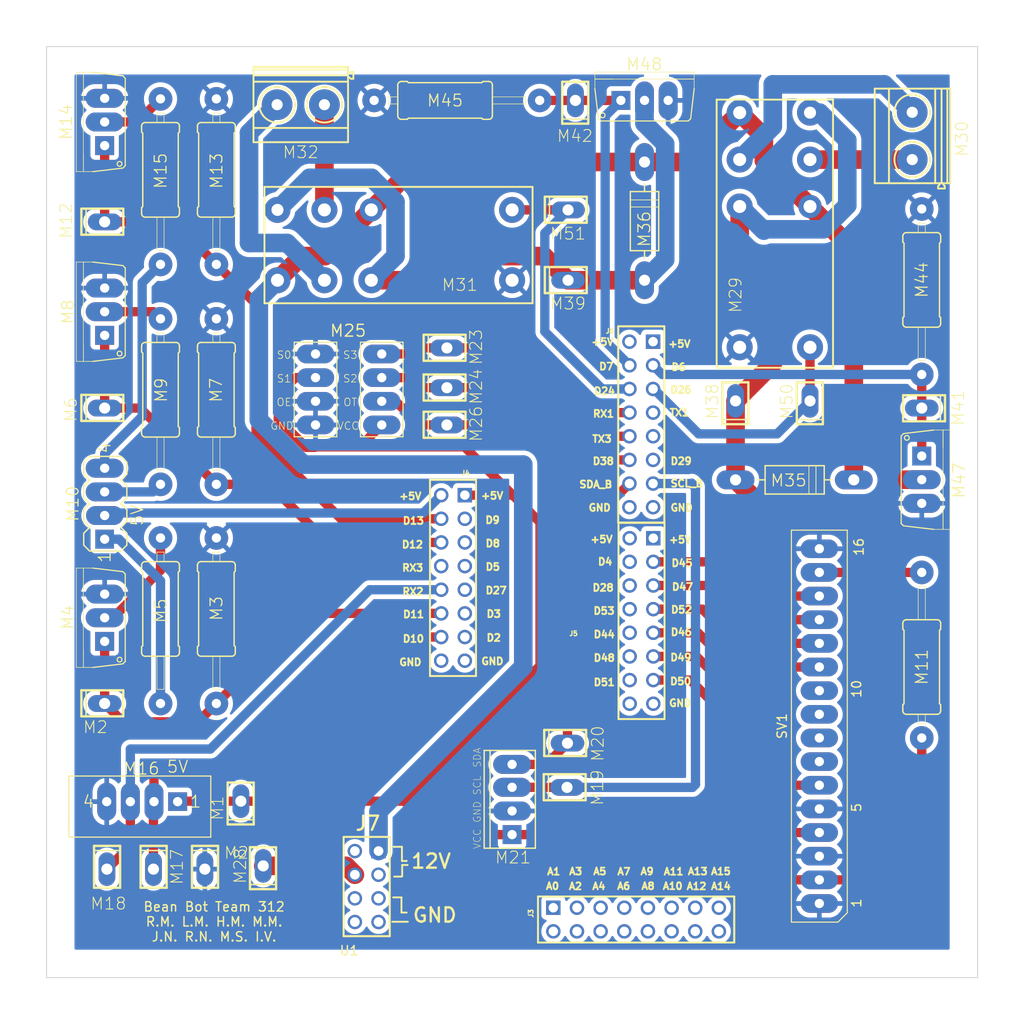
<source format=kicad_pcb>
(kicad_pcb (version 20211014) (generator pcbnew)
  (layers (0 "F.Cu" signal) (31 "B.Cu" signal) (34 "B.Paste" user) (35 "F.Paste" user) (36 "B.SilkS" user "B.Silkscreen") (37 "F.SilkS" user "F.Silkscreen") (38 "B.Mask" user) (39 "F.Mask" user) (44 "Edge.Cuts" user))
  (net 0 "")
  (net 1 "/5V")
  (net 2 "/PWM_LEDR")
  (net 3 "/GND")
  (net 4 "Net-(M4-Pad2)")
  (net 5 "Net-(M10-Pad1)")
  (net 6 "/PWM_LEDG")
  (net 7 "Net-(M8-Pad2)")
  (net 8 "Net-(M10-Pad3)")
  (net 9 "Net-(M10-Pad4)")
  (net 10 "Net-(M11-Pad1)")
  (net 11 "/PWM_LEDB")
  (net 12 "Net-(M14-Pad2)")
  (net 13 "/PWM_UTRIG")
  (net 14 "/D_UECHO")
  (net 15 "/D_WSCL")
  (net 16 "/D_WSDA")
  (net 17 "/D_KS3")
  (net 18 "/D_KS2")
  (net 19 "/D_KOUT")
  (net 20 "/12V")
  (net 21 "Net-(M29-Pad11)")
  (net 22 "Net-(M29-Pad21)")
  (net 23 "/D_RELM3")
  (net 24 "Net-(M31-Pad11)")
  (net 25 "Net-(M31-Pad21)")
  (net 26 "/D_RELM2")
  (net 28 "/PWM_M3")
  (net 29 "/PWM_M2")
  (net 31 "Net-(M29-Pad14)")
  (net 32 "Net-(M31-Pad14)")
  (net 33 "/D_LCDRS")
  (net 34 "/D_LCDE")
  (net 39 "/D_LCDDB4")
  (net 40 "/D_LCDDB5")
  (net 41 "/D_LCDDB6")
  (net 42 "/D_LCDDB7")
  (footprint "1_P&O2_lib:P&O2_MEETPUNT" (layer "F.Cu") (at 172.73 83.0619 180)
    (fp_text reference "M38")
    (fp_text value ">VALUE" hide)
  )
  (footprint "1_P&O2_lib:P&O2_MEETPUNT" (layer "F.Cu") (at 156.0151 68.83 90)
    (fp_text reference "M39")
    (fp_text value ">VALUE" hide)
  )
  (footprint "1_P&O2_lib:P&O2_2PIN-SCREW-5.08" (layer "F.Cu") (at 193 54.57904 90)
    (fp_text reference "M30")
    (fp_text value "P&O2_DC-MOTOR" hide)
  )
  (footprint "1_P&O2_lib:P&O2_MEETPUNT" (layer "F.Cu") (at 106.24 114.29 90)
    (fp_text reference "M2")
    (fp_text value ">VALUE" hide)
  )
  (footprint "1_P&O2_lib:P&O2_TO220" (layer "F.Cu") (at 103.7 106.35 90)
    (fp_text reference "M4")
    (fp_text value "P&O2_MOSFET" hide)
  )
  (footprint "1_P&O2_lib:P&O2_MEETPUNT" (layer "F.Cu") (at 143 76.1 90)
    (fp_text reference "M23")
    (fp_text value ">VALUE" hide)
  )
  (footprint "1_P&O2_lib:P&O2_ULTRASONE" (layer "F.Cu") (at 110.27 126.1 180)
    (fp_text reference "M16")
    (fp_text value "P&O2_ULTRASONE_HC_SR04" hide)
  )
  (footprint "1_P&O2_lib:P&O2_MEETPUNT" (layer "F.Cu") (at 156.0151 61.2735 90)
    (fp_text reference "M51")
    (fp_text value ">VALUE" hide)
  )
  (footprint "1_P&O2_lib:P&O2_2PIN-SCREW-5.08" (layer "F.Cu") (at 127.28224 51.22142 180)
    (fp_text reference "M32")
    (fp_text value "P&O2_DC-MOTOR" hide)
  )
  (footprint "1_P&O2_lib:P&O2_RELAY-DP" (layer "F.Cu") (at 178.32208 64.6984 90)
    (fp_text reference "M29")
    (fp_text value "P&O2_RELAIS-DP" hide)
  )
  (footprint "1_P&O2_lib:P&O2_TO220" (layer "F.Cu") (at 164.2251 48.24428)
    (fp_text reference "M48")
    (fp_text value "P&O2_MOSFET" hide)
  )
  (footprint "1_P&O2_lib:P&O2_MEETPUNT" (layer "F.Cu") (at 112.75 133.35)
    (fp_text reference "M17")
    (fp_text value ">VALUE" hide)
  )
  (footprint "1_P&O2_lib:P&O2_RESISTOR" (layer "F.Cu") (at 112.24 81.86 90)
    (fp_text reference "M9")
    (fp_text value ">VALUE" hide)
  )
  (footprint "1_P&O2_lib:P&O2_RESISTOR" (layer "F.Cu") (at 194 111.64 -90)
    (fp_text reference "M11")
    (fp_text value ">VALUE" hide)
  )
  (footprint "1_P&O2_lib:P&O2_TO220" (layer "F.Cu") (at 196.54 91.5219 -90)
    (fp_text reference "M47")
    (fp_text value "P&O2_MOSFET" hide)
  )
  (footprint "1_P&O2_lib:P&O2_MEETPUNT" (layer "F.Cu") (at 155.5332 50.78428 180)
    (fp_text reference "M42")
    (fp_text value ">VALUE" hide)
  )
  (footprint "1_P&O2_lib:P&O2_RESISTOR" (layer "F.Cu") (at 194 70.0619 90)
    (fp_text reference "M44")
    (fp_text value ">VALUE" hide)
  )
  (footprint "1_P&O2_lib:P&O2_MEETPUNT" (layer "F.Cu") (at 106.24 62.56 90)
    (fp_text reference "M12")
    (fp_text value ">VALUE" hide)
  )
  (footprint "1_P&O2_lib:P&O2_MEETPUNT" (layer "F.Cu") (at 143 80.37 90)
    (fp_text reference "M24")
    (fp_text value ">VALUE" hide)
  )
  (footprint "1_P&O2_lib:P&O2_TO220" (layer "F.Cu") (at 103.7 53.1 90)
    (fp_text reference "M14")
    (fp_text value "P&O2_MOSFET" hide)
  )
  (footprint "1_P&O2_lib:P&O2_MEETPUNT" (layer "F.Cu") (at 122 133 180)
    (fp_text reference "M28")
    (fp_text value ">VALUE" hide)
  )
  (footprint "1_P&O2_lib:P&O2_MEETPUNT" (layer "F.Cu") (at 118.27 133.35)
    (fp_text reference "M27")
    (fp_text value ">VALUE" hide)
  )
  (footprint "1_P&O2_lib:P&O2_DIODE" (layer "F.Cu") (at 164.2251 63.75 -90)
    (fp_text reference "M36")
    (fp_text value ">VALUE" hide)
  )
  (footprint "1_P&O2_lib:P&O2_LCD" (layer "F.Cu") (at 183 117.99 90)
    (fp_text reference "SV1")
    (fp_text value "P&O2_LCD")
  )
  (footprint "1_P&O2_lib:P&O2_MEETPUNT" (layer "F.Cu") (at 119.6 126.05 180)
    (fp_text reference "M1")
    (fp_text value ">VALUE" hide)
  )
  (footprint "1_P&O2_lib:P&O2_MEETPUNT" (layer "F.Cu") (at 194 85.1 -90)
    (fp_text reference "M41")
    (fp_text value ">VALUE" hide)
  )
  (footprint "1_P&O2_lib:P&O2_RESISTOR" (layer "F.Cu") (at 118.24 105.4 90)
    (fp_text reference "M3")
    (fp_text value ">VALUE" hide)
  )
  (footprint "1_P&O2_lib:P&O2_MEETPUNT" (layer "F.Cu") (at 106.24 82.56 90)
    (fp_text reference "M6")
    (fp_text value ">VALUE" hide)
  )
  (footprint "1_P&O2_lib:P&O2_RESISTOR" (layer "F.Cu") (at 142.8032 50.78428 180)
    (fp_text reference "M45")
    (fp_text value ">VALUE" hide)
  )
  (footprint "1_P&O2_lib:P&O2_MEETPUNT" (layer "F.Cu") (at 155.95 118.55 90)
    (fp_text reference "M20")
    (fp_text value ">VALUE" hide)
  )
  (footprint "1_P&O2_lib:P&O2_MEETPUNT" (layer "F.Cu") (at 180.73 83.0619 180)
    (fp_text reference "M50")
    (fp_text value ">VALUE" hide)
  )
  (footprint "1_P&O2_lib:P&O2_DIODE" (layer "F.Cu") (at 180.35 91.53968 180)
    (fp_text reference "M35")
    (fp_text value ">VALUE" hide)
  )
  (footprint "1_P&O2_lib:P&O2_RELAY-DP" (layer "F.Cu") (at 137.4016 66.22142 180)
    (fp_text reference "M31")
    (fp_text value "P&O2_RELAIS-DP" hide)
  )
  (footprint "1_P&O2_lib:P&O2_KLEURENSENSOR-8PIN" (layer "F.Cu") (at 132.444 86.91)
    (fp_text reference "M25")
    (fp_text value "P&O2_KLEURSENSOR" hide)
  )
  (footprint "1_P&O2_lib:P&O2_RESISTOR" (layer "F.Cu") (at 118.24 58.24 90)
    (fp_text reference "M13")
    (fp_text value ">VALUE" hide)
  )
  (footprint "1_P&O2_lib:P&O2_TO220" (layer "F.Cu") (at 103.7 73.48 90)
    (fp_text reference "M8")
    (fp_text value "P&O2_MOSFET" hide)
  )
  (footprint "1_P&O2_lib:P&O2_RESISTOR" (layer "F.Cu") (at 112.24 58.24 90)
    (fp_text reference "M15")
    (fp_text value ">VALUE" hide)
  )
  (footprint "1_P&O2_lib:P&O2_MEETPUNT" (layer "F.Cu") (at 155.9 123.3 90)
    (fp_text reference "M19")
    (fp_text value ">VALUE" hide)
  )
  (footprint "1_P&O2_lib:P&O2_RGB_LED" (layer "F.Cu") (at 106.24 94.1 90)
    (fp_text reference "M10")
    (fp_text value ">VALUE" hide)
  )
  (footprint "1_P&O2_lib:P&O2_MEETPUNT" (layer "F.Cu") (at 107.75 133.35)
    (fp_text reference "M18")
    (fp_text value ">VALUE" hide)
  )
  (footprint "1_P&O2_lib:P&O2_GEWICHTSENSOR-4PIN" (layer "F.Cu") (at 150 127.1 90)
    (fp_text reference "M21")
    (fp_text value "P&O2_GEWICHTSENSOR2" hide)
  )
  (footprint "1_P&O2_lib:P&O2_RESISTOR" (layer "F.Cu") (at 118.24 81.86 90)
    (fp_text reference "M7")
    (fp_text value ">VALUE" hide)
  )
  (footprint "1_P&O2_lib:P&O2_RESISTOR" (layer "F.Cu") (at 112.24 105.4 90)
    (fp_text reference "M5")
    (fp_text value ">VALUE" hide)
  )
  (footprint "1_P&O2_lib:P&O2_ARDUINO_MEGA_SHIELD" (layer "F.Cu") (at 131.909603 140.552807)
    (fp_text reference "U1")
    (fp_text value "P&O2_ARDUINO_MEGA_SHIELD" hide)
  )
  (footprint "1_P&O2_lib:P&O2_MEETPUNT" (layer "F.Cu") (at 143 84.37 90)
    (fp_text reference "M26")
    (fp_text value ">VALUE" hide)
  )
  (gr_line (start 100 45) (end 100 145) (layer "Edge.Cuts") (width 0.1))
  (gr_line (start 200 145) (end 100 145) (layer "Edge.Cuts") (width 0.1))
  (gr_line (start 200 45) (end 100 45) (layer "Edge.Cuts") (width 0.1))
  (gr_line (start 200 145) (end 200 45) (layer "Edge.Cuts") (width 0.1))
  (gr_text "Bean Bot Team 312\nR.M. L.M. H.M. M.M.\nJ.N. R.N. M.S. I.V." (at 118 139) (layer "F.SilkS") (effects (font (size 1 1))))
  (segment (start 186.85 134.5) (end 194 127.35) (width 1) (layer "F.Cu") (net 1))
  (segment (start 151.95 95.05) (end 144.892655 87.992655) (width 1) (layer "F.Cu") (net 1))
  (segment (start 133.647345 87.992655) (end 136 85.64) (width 1) (layer "F.Cu") (net 1))
  (segment (start 151.95 95.05) (end 150.08081 93.18081) (width 1) (layer "F.Cu") (net 1))
  (segment (start 128.808 88.04531) (end 128.860655 87.992655) (width 1) (layer "F.Cu") (net 1))
  (segment (start 150.08081 93.18081) (end 144.92561 93.18081) (width 1) (layer "F.Cu") (net 1))
  (segment (start 153 111.5) (end 153 96.1) (width 1) (layer "F.Cu") (net 1))
  (segment (start 124.888 85.043484) (end 127.889826 88.04531) (width 1) (layer "F.Cu") (net 1))
  (segment (start 194 127.35) (end 194 119.72) (width 1) (layer "F.Cu") (net 1))
  (segment (start 138.45 126.05) (end 142.04 129.64) (width 1) (layer "F.Cu") (net 1))
  (segment (start 138.45 126.05) (end 153 111.5) (width 1) (layer "F.Cu") (net 1))
  (segment (start 128.860655 87.992655) (end 133.647345 87.992655) (width 1) (layer "F.Cu") (net 1))
  (segment (start 126.724036 80.56) (end 124.888 82.396036) (width 1) (layer "F.Cu") (net 1))
  (segment (start 144.892655 87.992655) (end 133.647345 87.992655) (width 1) (layer "F.Cu") (net 1))
  (segment (start 142.04 129.64) (end 150 129.64) (width 1) (layer "F.Cu") (net 1))
  (segment (start 150 129.64) (end 171.64 129.64) (width 1) (layer "F.Cu") (net 1))
  (segment (start 120.87 126.05) (end 138.45 126.05) (width 1) (layer "F.Cu") (net 1))
  (segment (start 114.13 126.05) (end 114.08 126.1) (width 1) (layer "F.Cu") (net 1))
  (segment (start 153 96.1) (end 151.95 95.05) (width 1) (layer "F.Cu") (net 1))
  (segment (start 128.888 80.56) (end 126.724036 80.56) (width 1) (layer "F.Cu") (net 1))
  (segment (start 124.888 82.396036) (end 124.888 85.043484) (width 1) (layer "F.Cu") (net 1))
  (segment (start 176.5 134.5) (end 183 134.5) (width 1) (layer "F.Cu") (net 1))
  (segment (start 183 134.5) (end 186.85 134.5) (width 1) (layer "F.Cu") (net 1))
  (segment (start 120.87 126.05) (end 114.13 126.05) (width 1) (layer "F.Cu") (net 1))
  (segment (start 127.889826 88.04531) (end 128.808 88.04531) (width 1) (layer "F.Cu") (net 1))
  (segment (start 171.64 129.64) (end 176.5 134.5) (width 1) (layer "F.Cu") (net 1))
  (segment (start 114.13 126.05) (end 114.08 126.1) (width 1) (layer "B.Cu") (net 1))
  (segment (start 106.51 95.1) (end 140.46642 95.1) (width 1) (layer "B.Cu") (net 1))
  (segment (start 106.24 95.37) (end 106.51 95.1) (width 1) (layer "B.Cu") (net 1))
  (segment (start 140.46642 95.1) (end 142.38561 93.18081) (width 1) (layer "B.Cu") (net 1))
  (segment (start 106.24 108.89) (end 106.24 115.56) (width 1) (layer "F.Cu") (net 2))
  (segment (start 116.270489 117.529511) (end 118.24 115.56) (width 1) (layer "F.Cu") (net 2))
  (segment (start 127.91919 105.88081) (end 142.38561 105.88081) (width 1) (layer "F.Cu") (net 2))
  (segment (start 118.24 115.56) (end 127.91919 105.88081) (width 1) (layer "F.Cu") (net 2))
  (segment (start 108.209511 117.529511) (end 116.270489 117.529511) (width 1) (layer "F.Cu") (net 2))
  (segment (start 106.24 115.56) (end 108.209511 117.529511) (width 1) (layer "F.Cu") (net 2))
  (segment (start 105.99952 126.1) (end 106.46 126.1) (width 1) (layer "F.Cu") (net 3))
  (segment (start 107.14211 106.35) (end 112.24 101.252111) (width 1) (layer "F.Cu") (net 4))
  (segment (start 112.24 101.252111) (end 112.24 97.78) (width 1) (layer "F.Cu") (net 4))
  (segment (start 106.24 106.35) (end 107.14211 106.35) (width 1) (layer "F.Cu") (net 4))
  (segment (start 112.24 115.56) (end 112.24 102.37) (width 1) (layer "B.Cu") (net 5))
  (segment (start 106.24 97.91) (end 107.78 97.91) (width 1) (layer "B.Cu") (net 5))
  (segment (start 107.78 97.91) (end 112.24 102.37) (width 1) (layer "B.Cu") (net 5))
  (segment (start 106.24 83.83) (end 110.05 83.83) (width 1) (layer "F.Cu") (net 6))
  (segment (start 110.05 83.83) (end 118.24 92.02) (width 1) (layer "F.Cu") (net 6))
  (segment (start 123.92 92.02) (end 130.16081 98.26081) (width 1) (layer "F.Cu") (net 6))
  (segment (start 130.16081 98.26081) (end 142.38561 98.26081) (width 1) (layer "F.Cu") (net 6))
  (segment (start 118.24 92.02) (end 123.92 92.02) (width 1) (layer "F.Cu") (net 6))
  (segment (start 106.24 83.83) (end 106.24 76.02) (width 1) (layer "F.Cu") (net 6))
  (segment (start 111.48 73.48) (end 112.24 74.24) (width 1) (layer "F.Cu") (net 7))
  (segment (start 106.24 73.48) (end 111.48 73.48) (width 1) (layer "F.Cu") (net 7))
  (segment (start 106.24 92.83) (end 111.43 92.83) (width 1) (layer "B.Cu") (net 8))
  (segment (start 111.43 92.83) (end 112.24 92.02) (width 1) (layer "B.Cu") (net 8))
  (segment (start 106.24 88.75) (end 110.270489 84.719511) (width 1) (layer "B.Cu") (net 9))
  (segment (start 110.270489 70.369511) (end 110.270489 84.719511) (width 1) (layer "B.Cu") (net 9))
  (segment (start 106.24 90.29) (end 106.24 88.75) (width 1) (layer "B.Cu") (net 9))
  (segment (start 112.24 68.4) (end 110.270489 70.369511) (width 1) (layer "B.Cu") (net 9))
  (segment (start 183 101.48) (end 194 101.48) (width 1) (layer "F.Cu") (net 10))
  (segment (start 106.24 63.83) (end 106.24 55.64) (width 1) (layer "F.Cu") (net 11))
  (segment (start 122.5 72.66) (end 122.5 86.6) (width 1) (layer "F.Cu") (net 11))
  (segment (start 113.67 63.83) (end 118.24 68.4) (width 1) (layer "F.Cu") (net 11))
  (segment (start 118.24 68.4) (end 122.5 72.66) (width 1) (layer "F.Cu") (net 11))
  (segment (start 131.62081 95.72081) (end 142.38561 95.72081) (width 1) (layer "F.Cu") (net 11))
  (segment (start 122.5 86.6) (end 131.62081 95.72081) (width 1) (layer "F.Cu") (net 11))
  (segment (start 106.24 63.83) (end 113.67 63.83) (width 1) (layer "F.Cu") (net 11))
  (segment (start 109.76 53.1) (end 106.24 53.1) (width 1) (layer "F.Cu") (net 12))
  (segment (start 112.24 50.62) (end 109.76 53.1) (width 1) (layer "F.Cu") (net 12))
  (segment (start 111.48 126.16) (end 111.54 126.1) (width 1) (layer "F.Cu") (net 13))
  (segment (start 111.48 133.35) (end 111.48 126.16) (width 1) (layer "F.Cu") (net 13))
  (segment (start 132.17919 108.42081) (end 118 122.6) (width 1) (layer "F.Cu") (net 13))
  (segment (start 111.54 122.64) (end 111.54 126.1) (width 1) (layer "F.Cu") (net 13))
  (segment (start 142.38561 108.42081) (end 132.17919 108.42081) (width 1) (layer "F.Cu") (net 13))
  (segment (start 111.5 122.6) (end 111.54 122.64) (width 1) (layer "F.Cu") (net 13))
  (segment (start 118 122.6) (end 111.5 122.6) (width 1) (layer "F.Cu") (net 13))
  (segment (start 106.48 133.35) (end 109 130.83) (width 1) (layer "F.Cu") (net 14))
  (segment (start 109 130.83) (end 109 126.1) (width 1) (layer "F.Cu") (net 14))
  (segment (start 134.70919 103.34081) (end 142.38561 103.34081) (width 1) (layer "B.Cu") (net 14))
  (segment (start 109 120.45) (end 117.6 120.45) (width 1) (layer "B.Cu") (net 14))
  (segment (start 109 126.1) (end 109 120.45) (width 1) (layer "B.Cu") (net 14))
  (segment (start 117.6 120.45) (end 134.70919 103.34081) (width 1) (layer "B.Cu") (net 14))
  (segment (start 155.89 124.56) (end 155.9 124.57) (width 1) (layer "F.Cu") (net 15))
  (segment (start 150 124.56) (end 155.89 124.56) (width 1) (layer "F.Cu") (net 15))
  (segment (start 169.263798 91.936202) (end 169.3 91.9) (width 1) (layer "B.Cu") (net 15))
  (segment (start 155.89 124.56) (end 155.9 124.57) (width 1) (layer "B.Cu") (net 15))
  (segment (start 165.144012 91.936202) (end 169.263798 91.936202) (width 1) (layer "B.Cu") (net 15))
  (segment (start 169.7 124.25) (end 169.7 92.372404) (width 1) (layer "B.Cu") (net 15))
  (segment (start 155.9 124.57) (end 169.38 124.57) (width 1) (layer "B.Cu") (net 15))
  (segment (start 169.38 124.57) (end 169.7 124.25) (width 1) (layer "B.Cu") (net 15))
  (segment (start 169.7 92.372404) (end 169.263798 91.936202) (width 1) (layer "B.Cu") (net 15))
  (segment (start 169.3 91.9) (end 169.7 92.3) (width 1) (layer "B.Cu") (net 15))
  (segment (start 155.95 119.82) (end 155.95 98.590214) (width 1) (layer "F.Cu") (net 16))
  (segment (start 153.67 122.1) (end 155.95 119.82) (width 1) (layer "F.Cu") (net 16))
  (segment (start 150 122.1) (end 153.67 122.1) (width 1) (layer "F.Cu") (net 16))
  (segment (start 155.95 98.590214) (end 162.604012 91.936202) (width 1) (layer "F.Cu") (net 16))
  (segment (start 138.58 78.02) (end 139.23 77.37) (width 1) (layer "F.Cu") (net 17))
  (segment (start 139.23 77.37) (end 143 77.37) (width 1) (layer "F.Cu") (net 17))
  (segment (start 151.77 77.37) (end 158.716202 84.316202) (width 1) (layer "F.Cu") (net 17))
  (segment (start 158.716202 84.316202) (end 162.604012 84.316202) (width 1) (layer "F.Cu") (net 17))
  (segment (start 136 78.02) (end 138.58 78.02) (width 1) (layer "F.Cu") (net 17))
  (segment (start 143 77.37) (end 151.77 77.37) (width 1) (layer "F.Cu") (net 17))
  (segment (start 152.54 81.64) (end 157.756202 86.856202) (width 1) (layer "F.Cu") (net 18))
  (segment (start 138.46 80.56) (end 136 80.56) (width 1) (layer "F.Cu") (net 18))
  (segment (start 143 81.64) (end 152.54 81.64) (width 1) (layer "F.Cu") (net 18))
  (segment (start 157.756202 86.856202) (end 162.604012 86.856202) (width 1) (layer "F.Cu") (net 18))
  (segment (start 139.54 81.64) (end 138.46 80.56) (width 1) (layer "F.Cu") (net 18))
  (segment (start 143 81.64) (end 139.54 81.64) (width 1) (layer "F.Cu") (net 18))
  (segment (start 136 83.1) (end 137.5 83.1) (width 1) (layer "F.Cu") (net 19))
  (segment (start 153.54 85.64) (end 157.296202 89.396202) (width 1) (layer "F.Cu") (net 19))
  (segment (start 140.04 85.64) (end 143 85.64) (width 1) (layer "F.Cu") (net 19))
  (segment (start 157.296202 89.396202) (end 162.604012 89.396202) (width 1) (layer "F.Cu") (net 19))
  (segment (start 143 85.64) (end 153.54 85.64) (width 1) (layer "F.Cu") (net 19))
  (segment (start 137.5 83.1) (end 140.04 85.64) (width 1) (layer "F.Cu") (net 19))
  (segment (start 140.02542 57.4) (end 134.88192 62.5435) (width 2) (layer "F.Cu") (net 20))
  (segment (start 132.166796 133) (end 133.114602 133.947806) (width 2) (layer "F.Cu") (net 20))
  (segment (start 124.8032 70.1) (end 127.399711 67.503489) (width 2) (layer "F.Cu") (net 20))
  (segment (start 127.399711 67.503489) (end 129.921931 67.503489) (width 2) (layer "F.Cu") (net 20))
  (segment (start 164.2251 57.4) (end 169.1435 57.4) (width 2) (layer "F.Cu") (net 20))
  (segment (start 174.4435 52.1) (end 177.040011 54.696511) (width 2) (layer "F.Cu") (net 20))
  (segment (start 186.7 66.90158) (end 181.97714 62.17872) (width 2) (layer "F.Cu") (net 20))
  (segment (start 123.27 133) (end 132.166796 133) (width 2) (layer "F.Cu") (net 20))
  (segment (start 177.040011 57.218731) (end 182 62.17872) (width 2) (layer "F.Cu") (net 20))
  (segment (start 186.7 91.53968) (end 186.7 66.90158) (width 2) (layer "F.Cu") (net 20))
  (segment (start 177.040011 54.696511) (end 177.040011 57.218731) (width 2) (layer "F.Cu") (net 20))
  (segment (start 164.2251 57.4) (end 140.02542 57.4) (width 2) (layer "F.Cu") (net 20))
  (segment (start 129.921931 67.503489) (end 134.88192 62.5435) (width 2) (layer "F.Cu") (net 20))
  (segment (start 169.1435 57.4) (end 174.4435 52.1) (width 2) (layer "F.Cu") (net 20))
  (segment (start 122.8 85.1) (end 127.6 89.9) (width 2) (layer "B.Cu") (net 20))
  (segment (start 151.2 89.9) (end 151.2 111.6) (width 2) (layer "B.Cu") (net 20))
  (segment (start 122.8 72.1032) (end 122.8 85.1) (width 2) (layer "B.Cu") (net 20))
  (segment (start 127.6 89.9) (end 151.2 89.9) (width 2) (layer "B.Cu") (net 20))
  (segment (start 151.2 111.6) (end 135.654602 127.145398) (width 2) (layer "B.Cu") (net 20))
  (segment (start 135.654602 127.145398) (end 135.654602 131.407806) (width 2) (layer "B.Cu") (net 20))
  (segment (start 124.8032 70.1) (end 122.8 72.1032) (width 2) (layer "B.Cu") (net 20))
  (segment (start 182 57.13936) (end 192.97714 57.13936) (width 2) (layer "F.Cu") (net 21))
  (segment (start 192.97714 52.0619) (end 189.97666 49.06142) (width 2) (layer "B.Cu") (net 22))
  (segment (start 178 49.0619) (end 178 53.58286) (width 2) (layer "B.Cu") (net 22))
  (segment (start 189.97666 49.06142) (end 178.00048 49.06142) (width 2) (layer "B.Cu") (net 22))
  (segment (start 178.00048 49.06142) (end 178 49.0619) (width 2) (layer "B.Cu") (net 22))
  (segment (start 178 53.58286) (end 174.4435 57.13936) (width 2) (layer "B.Cu") (net 22))
  (segment (start 182 83.0619) (end 182 77.2968) (width 1) (layer "F.Cu") (net 23))
  (segment (start 170.04544 86.6) (end 178.4619 86.6) (width 1) (layer "B.Cu") (net 23))
  (segment (start 165.144012 81.776202) (end 165.221642 81.776202) (width 1) (layer "B.Cu") (net 23))
  (segment (start 178.4619 86.6) (end 182 83.0619) (width 1) (layer "B.Cu") (net 23))
  (segment (start 165.221642 81.776202) (end 170.04544 86.6) (width 1) (layer "B.Cu") (net 23))
  (segment (start 129.84256 51.24428) (end 129.84256 62.5435) (width 2) (layer "F.Cu") (net 24))
  (segment (start 124.7651 51.24428) (end 121.75 54.25938) (width 2) (layer "B.Cu") (net 25))
  (segment (start 121.75 66.1) (end 125.84256 66.1) (width 2) (layer "B.Cu") (net 25))
  (segment (start 125.84256 66.1) (end 129.84256 70.1) (width 2) (layer "B.Cu") (net 25))
  (segment (start 121.75 54.25938) (end 121.75 66.1) (width 2) (layer "B.Cu") (net 25))
  (segment (start 156.0151 62.5435) (end 150 62.5435) (width 1) (layer "F.Cu") (net 26))
  (segment (start 156.0151 62.5435) (end 153.51599 65.04261) (width 1) (layer "B.Cu") (net 26))
  (segment (start 153.51599 65.04261) (end 153.51599 75.61599) (width 1) (layer "B.Cu") (net 26))
  (segment (start 159.676202 81.776202) (end 162.604012 81.776202) (width 1) (layer "B.Cu") (net 26))
  (segment (start 153.51599 75.61599) (end 159.676202 81.776202) (width 1) (layer "B.Cu") (net 26))
  (segment (start 194 88.9819) (end 194 80.2219) (width 1) (layer "F.Cu") (net 28))
  (segment (start 166.12971 80.2219) (end 194 80.2219) (width 1) (layer "B.Cu") (net 28))
  (segment (start 165.144012 79.236202) (end 166.12971 80.2219) (width 1) (layer "B.Cu") (net 28))
  (segment (start 161.6851 50.78428) (end 152.9632 50.78428) (width 1) (layer "F.Cu") (net 29))
  (segment (start 160 76.63219) (end 160 52.46938) (width 1) (layer "B.Cu") (net 29))
  (segment (start 162.604012 79.236202) (end 160 76.63219) (width 1) (layer "B.Cu") (net 29))
  (segment (start 160 52.46938) (end 161.6851 50.78428) (width 1) (layer "B.Cu") (net 29))
  (segment (start 194 91.5219) (end 190.866998 91.5219) (width 2) (layer "F.Cu") (net 31))
  (segment (start 178 69.6) (end 174.4435 66.0435) (width 2) (layer "F.Cu") (net 31))
  (segment (start 190.866998 91.5219) (end 190.5 91.888898) (width 2) (layer "F.Cu") (net 31))
  (segment (start 174 83.0619) (end 178 79.0619) (width 2) (layer "F.Cu") (net 31))
  (segment (start 174 91.53968) (end 174 83.0619) (width 2) (layer "F.Cu") (net 31))
  (segment (start 190.5 95.1) (end 177.56032 95.1) (width 2) (layer "F.Cu") (net 31))
  (segment (start 178 79.0619) (end 178 69.6) (width 2) (layer "F.Cu") (net 31))
  (segment (start 190.5 91.888898) (end 190.5 95.1) (width 2) (layer "F.Cu") (net 31))
  (segment (start 174.4435 66.0435) (end 174.4435 62.17872) (width 2) (layer "F.Cu") (net 31))
  (segment (start 177.56032 95.1) (end 174 91.53968) (width 2) (layer "F.Cu") (net 31))
  (segment (start 174.4435 62.17872) (end 176.892691 64.627911) (width 2) (layer "B.Cu") (net 31))
  (segment (start 176.892691 64.627911) (end 183.433989 64.627911) (width 2) (layer "B.Cu") (net 31))
  (segment (start 177.040011 64.775231) (end 174.4435 62.17872) (width 2) (layer "B.Cu") (net 31))
  (segment (start 183.0381 52.1) (end 182 52.1) (width 2) (layer "B.Cu") (net 31))
  (segment (start 183.433989 64.627911) (end 186 62.0619) (width 2) (layer "B.Cu") (net 31))
  (segment (start 186 62.0619) (end 186 55.0619) (width 2) (layer "B.Cu") (net 31))
  (segment (start 186 55.0619) (end 183.0381 52.1) (width 2) (layer "B.Cu") (net 31))
  (segment (start 164.2251 70.1) (end 156.0151 70.1) (width 2) (layer "F.Cu") (net 32))
  (segment (start 156.0151 70.1) (end 153.418589 67.503489) (width 2) (layer "F.Cu") (net 32))
  (segment (start 142.096511 67.503489) (end 139.5 70.1) (width 2) (layer "F.Cu") (net 32))
  (segment (start 153.418589 67.503489) (end 142.096511 67.503489) (width 2) (layer "F.Cu") (net 32))
  (segment (start 139.5 70.1) (end 134.88192 70.1) (width 2) (layer "F.Cu") (net 32))
  (segment (start 164.2251 53.250782) (end 166.44062 55.466302) (width 2) (layer "B.Cu") (net 32))
  (segment (start 128.2467 59.1) (end 124.8032 62.5435) (width 2) (layer "B.Cu") (net 32))
  (segment (start 137.478431 67.503489) (end 134.88192 70.1) (width 2) (layer "B.Cu") (net 32))
  (segment (start 166.44062 67.88448) (end 164.2251 70.1) (width 2) (layer "B.Cu") (net 32))
  (segment (start 166.44062 55.466302) (end 166.44062 67.88448) (width 2) (layer "B.Cu") (net 32))
  (segment (start 134.9021 59.1) (end 128.2467 59.1) (width 2) (layer "B.Cu") (net 32))
  (segment (start 164.2251 50.78428) (end 164.2251 53.250782) (width 2) (layer "B.Cu") (net 32))
  (segment (start 137.478431 67.503489) (end 137.478431 61.676331) (width 2) (layer "B.Cu") (net 32))
  (segment (start 137.478431 61.676331) (end 134.9021 59.1) (width 2) (layer "B.Cu") (net 32))
  (segment (start 165.169402 113.043612) (end 169.143612 113.043612) (width 1) (layer "F.Cu") (net 33))
  (segment (start 172.3 116.2) (end 175.7 116.2) (width 1) (layer "F.Cu") (net 33))
  (segment (start 175.9 116.4) (end 175.9 129.4) (width 1) (layer "F.Cu") (net 33))
  (segment (start 169.143612 113.043612) (end 172.3 116.2) (width 1) (layer "F.Cu") (net 33))
  (segment (start 175.7 116.2) (end 175.9 116.4) (width 1) (layer "F.Cu") (net 33))
  (segment (start 175.9 129.4) (end 175.92 129.42) (width 1) (layer "F.Cu") (net 33))
  (segment (start 175.92 129.42) (end 183 129.42) (width 1) (layer "F.Cu") (net 33))
  (segment (start 165.169402 110.503612) (end 169.803612 110.503612) (width 1) (layer "F.Cu") (net 34))
  (segment (start 173.3 114) (end 177.5 114) (width 1) (layer "F.Cu") (net 34))
  (segment (start 177.5 114) (end 177.5 124.2) (width 1) (layer "F.Cu") (net 34))
  (segment (start 177.64 124.34) (end 183 124.34) (width 1) (layer "F.Cu") (net 34))
  (segment (start 169.803612 110.503612) (end 173.3 114) (width 1) (layer "F.Cu") (net 34))
  (segment (start 177.5 124.2) (end 177.64 124.34) (width 1) (layer "F.Cu") (net 34))
  (segment (start 173.64 111.64) (end 183 111.64) (width 1) (layer "F.Cu") (net 39))
  (segment (start 169.963612 107.963612) (end 173.64 111.64) (width 1) (layer "F.Cu") (net 39))
  (segment (start 165.169402 107.963612) (end 169.963612 107.963612) (width 1) (layer "F.Cu") (net 39))
  (segment (start 170.423612 105.423612) (end 174.1 109.1) (width 1) (layer "F.Cu") (net 40))
  (segment (start 174.1 109.1) (end 183 109.1) (width 1) (layer "F.Cu") (net 40))
  (segment (start 165.169402 105.423612) (end 170.423612 105.423612) (width 1) (layer "F.Cu") (net 40))
  (segment (start 171.383612 102.883612) (end 175.06 106.56) (width 1) (layer "F.Cu") (net 41))
  (segment (start 165.169402 102.883612) (end 171.383612 102.883612) (width 1) (layer "F.Cu") (net 41))
  (segment (start 175.06 106.56) (end 183 106.56) (width 1) (layer "F.Cu") (net 41))
  (segment (start 165.169402 100.343612) (end 171.543612 100.343612) (width 1) (layer "F.Cu") (net 42))
  (segment (start 175.22 104.02) (end 183 104.02) (width 1) (layer "F.Cu") (net 42))
  (segment (start 171.543612 100.343612) (end 175.22 104.02) (width 1) (layer "F.Cu") (net 42))
  (zone (net 3) (net_name "/GND") (layer "B.Cu") (connect_pads (clearance 0.508)) (min_thickness 0.254) (fill yes (thermal_gap 0.508) (thermal_bridge_width 0.508))
    (polygon (pts (xy 205 150) (xy 95 150) (xy 95 40) (xy 205 40)))
  )
)
</source>
